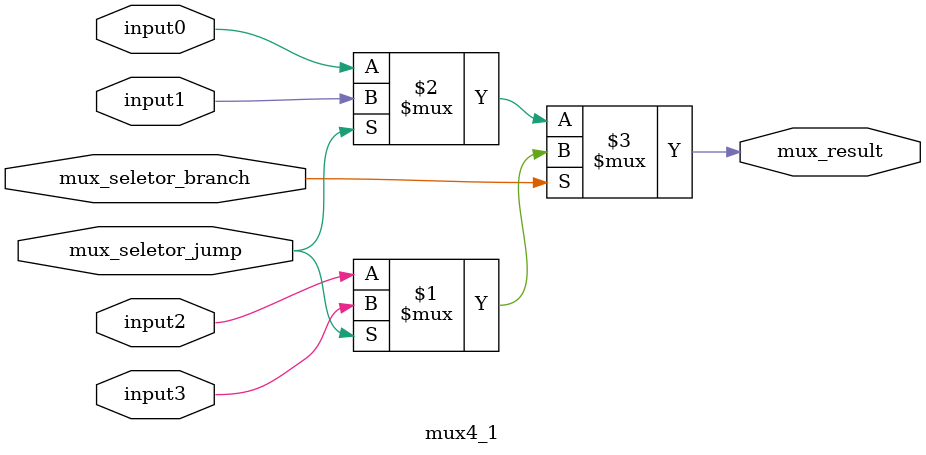
<source format=v>
`timescale 1ns/100ps
module signextender(unextended, extended);
    input [7:0] unextended; //the msb bit is the sign bit // 8-bit input
    output reg [31:0] extended; // 32-bit output

    //assign extended[7:0]  = unextended[7:0];
    //assign extended[31:8] = unextended[7] ? 24'd1 : 24'd0;
    always @(unextended) begin
        if(unextended[7] == 1'b0) begin
            extended[31:8] = 24'd0;
            extended[7:0]  = unextended[7:0];
        end else if (unextended[7] == 1'b1) begin
            extended[31:8] = 24'd1;
            extended[7:0]  = unextended[7:0];
        end
    end 
endmodule

module shiftleft_2(IN, OUT);
    input [31:0] IN;
    output[31:0] OUT;

    assign OUT = IN << 2;

endmodule
/////////////////////////////////////////////////////////////////////////////////////////////////////////////////////////////////////////
/////////////////////////////////////////////////////////////////////////////////////////////////////////////////////////////////////////






/////////////////////////////////////////////////////////////////////////////////////////////////////////////////////////////////////////
/////////////////////////////////////////////////////////////////////////////////////////////////////////////////////////////////////////
//this is used to convert numbers into minus in two's complement
module twosCompliment(in, result);
    input [7:0] in;
    output [7:0] result;

    assign #1 result = ~in + 1;

endmodule
/////////////////////////////////////////////////////////////////////////////////////////////////////////////////////////////////////////
/////////////////////////////////////////////////////////////////////////////////////////////////////////////////////////////////////////
//this is a implementation of a 2 to 1 multiplexer
module mux2_1(input0, input1, mux_result, mux_seletor);
    input [7:0] input0;         //input ports
    input [7:0] input1;         
    output [7:0] mux_result;    
    input mux_seletor;          //1 bit selector

    assign mux_result = mux_seletor ? input1 : input0;  //if mux_seletor = 1; select input1
                                                        //if mux_seletor = 0; select input0
endmodule

//this is a implementation of a 2 to 1 multiplexer for PC module
module mux2_1_forPC(input0, input1, mux_result, mux_seletor);
    input [31:0] input0;         //input ports
    input [31:0] input1;         
    output[31:0] mux_result;    
    input mux_seletor;          //1 bit selector

    assign mux_result = mux_seletor ? input1 : input0;  //if mux_seletor = 1; select input1
                                                        //if mux_seletor = 0; select input0
endmodule

//this is a implementation of a 4 to 1 multiplexer for jump branch selector module
module mux4_1(input0, input1, input2, input3, mux_result, mux_seletor_branch, mux_seletor_jump);
    input  mux_seletor_branch, mux_seletor_jump;         
    input  input0, input1, input2, input3;         //input ports
    output mux_result;    


    assign mux_result = mux_seletor_branch ? (mux_seletor_jump ? input3 : input2) : (mux_seletor_jump ? input1 : input0);

    //branch  jump   result
    //  0       0    input0    
    //  0       1    input1
    //  1       0    input2
    //  1       1    input3'

endmodule
/////////////////////////////////////////////////////////////////////////////////////////////////////////////////////////////////////////
/////////////////////////////////////////////////////////////////////////////////////////////////////////////////////////////////////////

</source>
